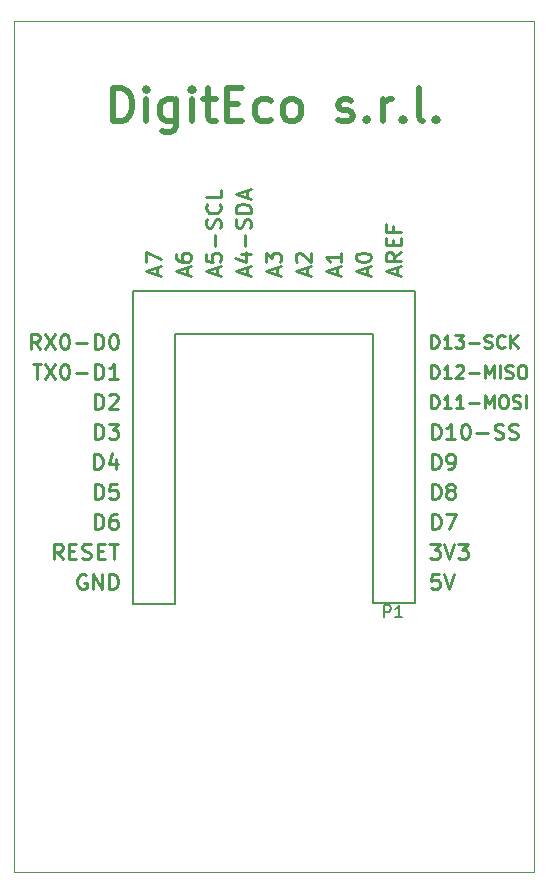
<source format=gbr>
G04 #@! TF.FileFunction,Legend,Top*
%FSLAX46Y46*%
G04 Gerber Fmt 4.6, Leading zero omitted, Abs format (unit mm)*
G04 Created by KiCad (PCBNEW 4.0.6) date 04/11/19 07:30:19*
%MOMM*%
%LPD*%
G01*
G04 APERTURE LIST*
%ADD10C,0.100000*%
%ADD11C,0.500000*%
%ADD12C,0.250000*%
%ADD13C,0.200000*%
%ADD14C,0.150000*%
G04 APERTURE END LIST*
D10*
D11*
X135993335Y-57376667D02*
X135993335Y-54576667D01*
X136660001Y-54576667D01*
X137060001Y-54710000D01*
X137326668Y-54976667D01*
X137460001Y-55243333D01*
X137593335Y-55776667D01*
X137593335Y-56176667D01*
X137460001Y-56710000D01*
X137326668Y-56976667D01*
X137060001Y-57243333D01*
X136660001Y-57376667D01*
X135993335Y-57376667D01*
X138793335Y-57376667D02*
X138793335Y-55510000D01*
X138793335Y-54576667D02*
X138660001Y-54710000D01*
X138793335Y-54843333D01*
X138926668Y-54710000D01*
X138793335Y-54576667D01*
X138793335Y-54843333D01*
X141326668Y-55510000D02*
X141326668Y-57776667D01*
X141193334Y-58043333D01*
X141060001Y-58176667D01*
X140793334Y-58310000D01*
X140393334Y-58310000D01*
X140126668Y-58176667D01*
X141326668Y-57243333D02*
X141060001Y-57376667D01*
X140526668Y-57376667D01*
X140260001Y-57243333D01*
X140126668Y-57110000D01*
X139993334Y-56843333D01*
X139993334Y-56043333D01*
X140126668Y-55776667D01*
X140260001Y-55643333D01*
X140526668Y-55510000D01*
X141060001Y-55510000D01*
X141326668Y-55643333D01*
X142660001Y-57376667D02*
X142660001Y-55510000D01*
X142660001Y-54576667D02*
X142526667Y-54710000D01*
X142660001Y-54843333D01*
X142793334Y-54710000D01*
X142660001Y-54576667D01*
X142660001Y-54843333D01*
X143593334Y-55510000D02*
X144660000Y-55510000D01*
X143993334Y-54576667D02*
X143993334Y-56976667D01*
X144126667Y-57243333D01*
X144393334Y-57376667D01*
X144660000Y-57376667D01*
X145593334Y-55910000D02*
X146526667Y-55910000D01*
X146926667Y-57376667D02*
X145593334Y-57376667D01*
X145593334Y-54576667D01*
X146926667Y-54576667D01*
X149326667Y-57243333D02*
X149060000Y-57376667D01*
X148526667Y-57376667D01*
X148260000Y-57243333D01*
X148126667Y-57110000D01*
X147993333Y-56843333D01*
X147993333Y-56043333D01*
X148126667Y-55776667D01*
X148260000Y-55643333D01*
X148526667Y-55510000D01*
X149060000Y-55510000D01*
X149326667Y-55643333D01*
X150926667Y-57376667D02*
X150660000Y-57243333D01*
X150526667Y-57110000D01*
X150393333Y-56843333D01*
X150393333Y-56043333D01*
X150526667Y-55776667D01*
X150660000Y-55643333D01*
X150926667Y-55510000D01*
X151326667Y-55510000D01*
X151593333Y-55643333D01*
X151726667Y-55776667D01*
X151860000Y-56043333D01*
X151860000Y-56843333D01*
X151726667Y-57110000D01*
X151593333Y-57243333D01*
X151326667Y-57376667D01*
X150926667Y-57376667D01*
X155059999Y-57243333D02*
X155326666Y-57376667D01*
X155859999Y-57376667D01*
X156126666Y-57243333D01*
X156259999Y-56976667D01*
X156259999Y-56843333D01*
X156126666Y-56576667D01*
X155859999Y-56443333D01*
X155459999Y-56443333D01*
X155193333Y-56310000D01*
X155059999Y-56043333D01*
X155059999Y-55910000D01*
X155193333Y-55643333D01*
X155459999Y-55510000D01*
X155859999Y-55510000D01*
X156126666Y-55643333D01*
X157460000Y-57110000D02*
X157593333Y-57243333D01*
X157460000Y-57376667D01*
X157326666Y-57243333D01*
X157460000Y-57110000D01*
X157460000Y-57376667D01*
X158793333Y-57376667D02*
X158793333Y-55510000D01*
X158793333Y-56043333D02*
X158926666Y-55776667D01*
X159059999Y-55643333D01*
X159326666Y-55510000D01*
X159593333Y-55510000D01*
X160526666Y-57110000D02*
X160659999Y-57243333D01*
X160526666Y-57376667D01*
X160393332Y-57243333D01*
X160526666Y-57110000D01*
X160526666Y-57376667D01*
X162259999Y-57376667D02*
X161993332Y-57243333D01*
X161859999Y-56976667D01*
X161859999Y-54576667D01*
X163326666Y-57110000D02*
X163459999Y-57243333D01*
X163326666Y-57376667D01*
X163193332Y-57243333D01*
X163326666Y-57110000D01*
X163326666Y-57376667D01*
D12*
X129778572Y-76688095D02*
X129345239Y-76069048D01*
X129035715Y-76688095D02*
X129035715Y-75388095D01*
X129530953Y-75388095D01*
X129654762Y-75450000D01*
X129716667Y-75511905D01*
X129778572Y-75635714D01*
X129778572Y-75821429D01*
X129716667Y-75945238D01*
X129654762Y-76007143D01*
X129530953Y-76069048D01*
X129035715Y-76069048D01*
X130211905Y-75388095D02*
X131078572Y-76688095D01*
X131078572Y-75388095D02*
X130211905Y-76688095D01*
X131821429Y-75388095D02*
X131945238Y-75388095D01*
X132069048Y-75450000D01*
X132130953Y-75511905D01*
X132192857Y-75635714D01*
X132254762Y-75883333D01*
X132254762Y-76192857D01*
X132192857Y-76440476D01*
X132130953Y-76564286D01*
X132069048Y-76626190D01*
X131945238Y-76688095D01*
X131821429Y-76688095D01*
X131697619Y-76626190D01*
X131635715Y-76564286D01*
X131573810Y-76440476D01*
X131511905Y-76192857D01*
X131511905Y-75883333D01*
X131573810Y-75635714D01*
X131635715Y-75511905D01*
X131697619Y-75450000D01*
X131821429Y-75388095D01*
X132811905Y-76192857D02*
X133802381Y-76192857D01*
X134421429Y-76688095D02*
X134421429Y-75388095D01*
X134730953Y-75388095D01*
X134916667Y-75450000D01*
X135040476Y-75573810D01*
X135102381Y-75697619D01*
X135164286Y-75945238D01*
X135164286Y-76130952D01*
X135102381Y-76378571D01*
X135040476Y-76502381D01*
X134916667Y-76626190D01*
X134730953Y-76688095D01*
X134421429Y-76688095D01*
X135969048Y-75388095D02*
X136092857Y-75388095D01*
X136216667Y-75450000D01*
X136278572Y-75511905D01*
X136340476Y-75635714D01*
X136402381Y-75883333D01*
X136402381Y-76192857D01*
X136340476Y-76440476D01*
X136278572Y-76564286D01*
X136216667Y-76626190D01*
X136092857Y-76688095D01*
X135969048Y-76688095D01*
X135845238Y-76626190D01*
X135783334Y-76564286D01*
X135721429Y-76440476D01*
X135659524Y-76192857D01*
X135659524Y-75883333D01*
X135721429Y-75635714D01*
X135783334Y-75511905D01*
X135845238Y-75450000D01*
X135969048Y-75388095D01*
X129159525Y-77928095D02*
X129902382Y-77928095D01*
X129530953Y-79228095D02*
X129530953Y-77928095D01*
X130211905Y-77928095D02*
X131078572Y-79228095D01*
X131078572Y-77928095D02*
X130211905Y-79228095D01*
X131821429Y-77928095D02*
X131945238Y-77928095D01*
X132069048Y-77990000D01*
X132130953Y-78051905D01*
X132192857Y-78175714D01*
X132254762Y-78423333D01*
X132254762Y-78732857D01*
X132192857Y-78980476D01*
X132130953Y-79104286D01*
X132069048Y-79166190D01*
X131945238Y-79228095D01*
X131821429Y-79228095D01*
X131697619Y-79166190D01*
X131635715Y-79104286D01*
X131573810Y-78980476D01*
X131511905Y-78732857D01*
X131511905Y-78423333D01*
X131573810Y-78175714D01*
X131635715Y-78051905D01*
X131697619Y-77990000D01*
X131821429Y-77928095D01*
X132811905Y-78732857D02*
X133802381Y-78732857D01*
X134421429Y-79228095D02*
X134421429Y-77928095D01*
X134730953Y-77928095D01*
X134916667Y-77990000D01*
X135040476Y-78113810D01*
X135102381Y-78237619D01*
X135164286Y-78485238D01*
X135164286Y-78670952D01*
X135102381Y-78918571D01*
X135040476Y-79042381D01*
X134916667Y-79166190D01*
X134730953Y-79228095D01*
X134421429Y-79228095D01*
X136402381Y-79228095D02*
X135659524Y-79228095D01*
X136030953Y-79228095D02*
X136030953Y-77928095D01*
X135907143Y-78113810D01*
X135783334Y-78237619D01*
X135659524Y-78299524D01*
X134421429Y-81768095D02*
X134421429Y-80468095D01*
X134730953Y-80468095D01*
X134916667Y-80530000D01*
X135040476Y-80653810D01*
X135102381Y-80777619D01*
X135164286Y-81025238D01*
X135164286Y-81210952D01*
X135102381Y-81458571D01*
X135040476Y-81582381D01*
X134916667Y-81706190D01*
X134730953Y-81768095D01*
X134421429Y-81768095D01*
X135659524Y-80591905D02*
X135721429Y-80530000D01*
X135845238Y-80468095D01*
X136154762Y-80468095D01*
X136278572Y-80530000D01*
X136340476Y-80591905D01*
X136402381Y-80715714D01*
X136402381Y-80839524D01*
X136340476Y-81025238D01*
X135597619Y-81768095D01*
X136402381Y-81768095D01*
X134421429Y-84308095D02*
X134421429Y-83008095D01*
X134730953Y-83008095D01*
X134916667Y-83070000D01*
X135040476Y-83193810D01*
X135102381Y-83317619D01*
X135164286Y-83565238D01*
X135164286Y-83750952D01*
X135102381Y-83998571D01*
X135040476Y-84122381D01*
X134916667Y-84246190D01*
X134730953Y-84308095D01*
X134421429Y-84308095D01*
X135597619Y-83008095D02*
X136402381Y-83008095D01*
X135969048Y-83503333D01*
X136154762Y-83503333D01*
X136278572Y-83565238D01*
X136340476Y-83627143D01*
X136402381Y-83750952D01*
X136402381Y-84060476D01*
X136340476Y-84184286D01*
X136278572Y-84246190D01*
X136154762Y-84308095D01*
X135783334Y-84308095D01*
X135659524Y-84246190D01*
X135597619Y-84184286D01*
X134361429Y-86848095D02*
X134361429Y-85548095D01*
X134670953Y-85548095D01*
X134856667Y-85610000D01*
X134980476Y-85733810D01*
X135042381Y-85857619D01*
X135104286Y-86105238D01*
X135104286Y-86290952D01*
X135042381Y-86538571D01*
X134980476Y-86662381D01*
X134856667Y-86786190D01*
X134670953Y-86848095D01*
X134361429Y-86848095D01*
X136218572Y-85981429D02*
X136218572Y-86848095D01*
X135909048Y-85486190D02*
X135599524Y-86414762D01*
X136404286Y-86414762D01*
X134421429Y-89388095D02*
X134421429Y-88088095D01*
X134730953Y-88088095D01*
X134916667Y-88150000D01*
X135040476Y-88273810D01*
X135102381Y-88397619D01*
X135164286Y-88645238D01*
X135164286Y-88830952D01*
X135102381Y-89078571D01*
X135040476Y-89202381D01*
X134916667Y-89326190D01*
X134730953Y-89388095D01*
X134421429Y-89388095D01*
X136340476Y-88088095D02*
X135721429Y-88088095D01*
X135659524Y-88707143D01*
X135721429Y-88645238D01*
X135845238Y-88583333D01*
X136154762Y-88583333D01*
X136278572Y-88645238D01*
X136340476Y-88707143D01*
X136402381Y-88830952D01*
X136402381Y-89140476D01*
X136340476Y-89264286D01*
X136278572Y-89326190D01*
X136154762Y-89388095D01*
X135845238Y-89388095D01*
X135721429Y-89326190D01*
X135659524Y-89264286D01*
X134421429Y-91928095D02*
X134421429Y-90628095D01*
X134730953Y-90628095D01*
X134916667Y-90690000D01*
X135040476Y-90813810D01*
X135102381Y-90937619D01*
X135164286Y-91185238D01*
X135164286Y-91370952D01*
X135102381Y-91618571D01*
X135040476Y-91742381D01*
X134916667Y-91866190D01*
X134730953Y-91928095D01*
X134421429Y-91928095D01*
X136278572Y-90628095D02*
X136030953Y-90628095D01*
X135907143Y-90690000D01*
X135845238Y-90751905D01*
X135721429Y-90937619D01*
X135659524Y-91185238D01*
X135659524Y-91680476D01*
X135721429Y-91804286D01*
X135783334Y-91866190D01*
X135907143Y-91928095D01*
X136154762Y-91928095D01*
X136278572Y-91866190D01*
X136340476Y-91804286D01*
X136402381Y-91680476D01*
X136402381Y-91370952D01*
X136340476Y-91247143D01*
X136278572Y-91185238D01*
X136154762Y-91123333D01*
X135907143Y-91123333D01*
X135783334Y-91185238D01*
X135721429Y-91247143D01*
X135659524Y-91370952D01*
X131701430Y-94458095D02*
X131268097Y-93839048D01*
X130958573Y-94458095D02*
X130958573Y-93158095D01*
X131453811Y-93158095D01*
X131577620Y-93220000D01*
X131639525Y-93281905D01*
X131701430Y-93405714D01*
X131701430Y-93591429D01*
X131639525Y-93715238D01*
X131577620Y-93777143D01*
X131453811Y-93839048D01*
X130958573Y-93839048D01*
X132258573Y-93777143D02*
X132691906Y-93777143D01*
X132877620Y-94458095D02*
X132258573Y-94458095D01*
X132258573Y-93158095D01*
X132877620Y-93158095D01*
X133372858Y-94396190D02*
X133558572Y-94458095D01*
X133868096Y-94458095D01*
X133991906Y-94396190D01*
X134053810Y-94334286D01*
X134115715Y-94210476D01*
X134115715Y-94086667D01*
X134053810Y-93962857D01*
X133991906Y-93900952D01*
X133868096Y-93839048D01*
X133620477Y-93777143D01*
X133496668Y-93715238D01*
X133434763Y-93653333D01*
X133372858Y-93529524D01*
X133372858Y-93405714D01*
X133434763Y-93281905D01*
X133496668Y-93220000D01*
X133620477Y-93158095D01*
X133930001Y-93158095D01*
X134115715Y-93220000D01*
X134672858Y-93777143D02*
X135106191Y-93777143D01*
X135291905Y-94458095D02*
X134672858Y-94458095D01*
X134672858Y-93158095D01*
X135291905Y-93158095D01*
X135663334Y-93158095D02*
X136406191Y-93158095D01*
X136034762Y-94458095D02*
X136034762Y-93158095D01*
X133678571Y-95770000D02*
X133554762Y-95708095D01*
X133369047Y-95708095D01*
X133183333Y-95770000D01*
X133059524Y-95893810D01*
X132997619Y-96017619D01*
X132935714Y-96265238D01*
X132935714Y-96450952D01*
X132997619Y-96698571D01*
X133059524Y-96822381D01*
X133183333Y-96946190D01*
X133369047Y-97008095D01*
X133492857Y-97008095D01*
X133678571Y-96946190D01*
X133740476Y-96884286D01*
X133740476Y-96450952D01*
X133492857Y-96450952D01*
X134297619Y-97008095D02*
X134297619Y-95708095D01*
X135040476Y-97008095D01*
X135040476Y-95708095D01*
X135659524Y-97008095D02*
X135659524Y-95708095D01*
X135969048Y-95708095D01*
X136154762Y-95770000D01*
X136278571Y-95893810D01*
X136340476Y-96017619D01*
X136402381Y-96265238D01*
X136402381Y-96450952D01*
X136340476Y-96698571D01*
X136278571Y-96822381D01*
X136154762Y-96946190D01*
X135969048Y-97008095D01*
X135659524Y-97008095D01*
X139666667Y-70382381D02*
X139666667Y-69763333D01*
X140038095Y-70506190D02*
X138738095Y-70072857D01*
X140038095Y-69639524D01*
X138738095Y-69330000D02*
X138738095Y-68463333D01*
X140038095Y-69020476D01*
X142206667Y-70382381D02*
X142206667Y-69763333D01*
X142578095Y-70506190D02*
X141278095Y-70072857D01*
X142578095Y-69639524D01*
X141278095Y-68649047D02*
X141278095Y-68896666D01*
X141340000Y-69020476D01*
X141401905Y-69082381D01*
X141587619Y-69206190D01*
X141835238Y-69268095D01*
X142330476Y-69268095D01*
X142454286Y-69206190D01*
X142516190Y-69144285D01*
X142578095Y-69020476D01*
X142578095Y-68772857D01*
X142516190Y-68649047D01*
X142454286Y-68587143D01*
X142330476Y-68525238D01*
X142020952Y-68525238D01*
X141897143Y-68587143D01*
X141835238Y-68649047D01*
X141773333Y-68772857D01*
X141773333Y-69020476D01*
X141835238Y-69144285D01*
X141897143Y-69206190D01*
X142020952Y-69268095D01*
X144756667Y-70382381D02*
X144756667Y-69763333D01*
X145128095Y-70506190D02*
X143828095Y-70072857D01*
X145128095Y-69639524D01*
X143828095Y-68587143D02*
X143828095Y-69206190D01*
X144447143Y-69268095D01*
X144385238Y-69206190D01*
X144323333Y-69082381D01*
X144323333Y-68772857D01*
X144385238Y-68649047D01*
X144447143Y-68587143D01*
X144570952Y-68525238D01*
X144880476Y-68525238D01*
X145004286Y-68587143D01*
X145066190Y-68649047D01*
X145128095Y-68772857D01*
X145128095Y-69082381D01*
X145066190Y-69206190D01*
X145004286Y-69268095D01*
X144632857Y-67968095D02*
X144632857Y-66977619D01*
X145066190Y-66420476D02*
X145128095Y-66234762D01*
X145128095Y-65925238D01*
X145066190Y-65801428D01*
X145004286Y-65739524D01*
X144880476Y-65677619D01*
X144756667Y-65677619D01*
X144632857Y-65739524D01*
X144570952Y-65801428D01*
X144509048Y-65925238D01*
X144447143Y-66172857D01*
X144385238Y-66296666D01*
X144323333Y-66358571D01*
X144199524Y-66420476D01*
X144075714Y-66420476D01*
X143951905Y-66358571D01*
X143890000Y-66296666D01*
X143828095Y-66172857D01*
X143828095Y-65863333D01*
X143890000Y-65677619D01*
X145004286Y-64377619D02*
X145066190Y-64439524D01*
X145128095Y-64625238D01*
X145128095Y-64749048D01*
X145066190Y-64934762D01*
X144942381Y-65058571D01*
X144818571Y-65120476D01*
X144570952Y-65182381D01*
X144385238Y-65182381D01*
X144137619Y-65120476D01*
X144013810Y-65058571D01*
X143890000Y-64934762D01*
X143828095Y-64749048D01*
X143828095Y-64625238D01*
X143890000Y-64439524D01*
X143951905Y-64377619D01*
X145128095Y-63201429D02*
X145128095Y-63820476D01*
X143828095Y-63820476D01*
X147286667Y-70382381D02*
X147286667Y-69763333D01*
X147658095Y-70506190D02*
X146358095Y-70072857D01*
X147658095Y-69639524D01*
X146791429Y-68649047D02*
X147658095Y-68649047D01*
X146296190Y-68958571D02*
X147224762Y-69268095D01*
X147224762Y-68463333D01*
X147162857Y-67968095D02*
X147162857Y-66977619D01*
X147596190Y-66420476D02*
X147658095Y-66234762D01*
X147658095Y-65925238D01*
X147596190Y-65801428D01*
X147534286Y-65739524D01*
X147410476Y-65677619D01*
X147286667Y-65677619D01*
X147162857Y-65739524D01*
X147100952Y-65801428D01*
X147039048Y-65925238D01*
X146977143Y-66172857D01*
X146915238Y-66296666D01*
X146853333Y-66358571D01*
X146729524Y-66420476D01*
X146605714Y-66420476D01*
X146481905Y-66358571D01*
X146420000Y-66296666D01*
X146358095Y-66172857D01*
X146358095Y-65863333D01*
X146420000Y-65677619D01*
X147658095Y-65120476D02*
X146358095Y-65120476D01*
X146358095Y-64810952D01*
X146420000Y-64625238D01*
X146543810Y-64501429D01*
X146667619Y-64439524D01*
X146915238Y-64377619D01*
X147100952Y-64377619D01*
X147348571Y-64439524D01*
X147472381Y-64501429D01*
X147596190Y-64625238D01*
X147658095Y-64810952D01*
X147658095Y-65120476D01*
X147286667Y-63882381D02*
X147286667Y-63263333D01*
X147658095Y-64006190D02*
X146358095Y-63572857D01*
X147658095Y-63139524D01*
X149826667Y-70382381D02*
X149826667Y-69763333D01*
X150198095Y-70506190D02*
X148898095Y-70072857D01*
X150198095Y-69639524D01*
X148898095Y-69330000D02*
X148898095Y-68525238D01*
X149393333Y-68958571D01*
X149393333Y-68772857D01*
X149455238Y-68649047D01*
X149517143Y-68587143D01*
X149640952Y-68525238D01*
X149950476Y-68525238D01*
X150074286Y-68587143D01*
X150136190Y-68649047D01*
X150198095Y-68772857D01*
X150198095Y-69144285D01*
X150136190Y-69268095D01*
X150074286Y-69330000D01*
X152366667Y-70382381D02*
X152366667Y-69763333D01*
X152738095Y-70506190D02*
X151438095Y-70072857D01*
X152738095Y-69639524D01*
X151561905Y-69268095D02*
X151500000Y-69206190D01*
X151438095Y-69082381D01*
X151438095Y-68772857D01*
X151500000Y-68649047D01*
X151561905Y-68587143D01*
X151685714Y-68525238D01*
X151809524Y-68525238D01*
X151995238Y-68587143D01*
X152738095Y-69330000D01*
X152738095Y-68525238D01*
X154906667Y-70382381D02*
X154906667Y-69763333D01*
X155278095Y-70506190D02*
X153978095Y-70072857D01*
X155278095Y-69639524D01*
X155278095Y-68525238D02*
X155278095Y-69268095D01*
X155278095Y-68896666D02*
X153978095Y-68896666D01*
X154163810Y-69020476D01*
X154287619Y-69144285D01*
X154349524Y-69268095D01*
X157446667Y-70382381D02*
X157446667Y-69763333D01*
X157818095Y-70506190D02*
X156518095Y-70072857D01*
X157818095Y-69639524D01*
X156518095Y-68958571D02*
X156518095Y-68834762D01*
X156580000Y-68710952D01*
X156641905Y-68649047D01*
X156765714Y-68587143D01*
X157013333Y-68525238D01*
X157322857Y-68525238D01*
X157570476Y-68587143D01*
X157694286Y-68649047D01*
X157756190Y-68710952D01*
X157818095Y-68834762D01*
X157818095Y-68958571D01*
X157756190Y-69082381D01*
X157694286Y-69144285D01*
X157570476Y-69206190D01*
X157322857Y-69268095D01*
X157013333Y-69268095D01*
X156765714Y-69206190D01*
X156641905Y-69144285D01*
X156580000Y-69082381D01*
X156518095Y-68958571D01*
X159986667Y-70382381D02*
X159986667Y-69763333D01*
X160358095Y-70506190D02*
X159058095Y-70072857D01*
X160358095Y-69639524D01*
X160358095Y-68463333D02*
X159739048Y-68896666D01*
X160358095Y-69206190D02*
X159058095Y-69206190D01*
X159058095Y-68710952D01*
X159120000Y-68587143D01*
X159181905Y-68525238D01*
X159305714Y-68463333D01*
X159491429Y-68463333D01*
X159615238Y-68525238D01*
X159677143Y-68587143D01*
X159739048Y-68710952D01*
X159739048Y-69206190D01*
X159677143Y-67906190D02*
X159677143Y-67472857D01*
X160358095Y-67287143D02*
X160358095Y-67906190D01*
X159058095Y-67906190D01*
X159058095Y-67287143D01*
X159677143Y-66296667D02*
X159677143Y-66730000D01*
X160358095Y-66730000D02*
X159058095Y-66730000D01*
X159058095Y-66110953D01*
X162921905Y-76587619D02*
X162921905Y-75487619D01*
X163183810Y-75487619D01*
X163340952Y-75540000D01*
X163445714Y-75644762D01*
X163498095Y-75749524D01*
X163550476Y-75959048D01*
X163550476Y-76116190D01*
X163498095Y-76325714D01*
X163445714Y-76430476D01*
X163340952Y-76535238D01*
X163183810Y-76587619D01*
X162921905Y-76587619D01*
X164598095Y-76587619D02*
X163969524Y-76587619D01*
X164283810Y-76587619D02*
X164283810Y-75487619D01*
X164179048Y-75644762D01*
X164074286Y-75749524D01*
X163969524Y-75801905D01*
X164964762Y-75487619D02*
X165645714Y-75487619D01*
X165279048Y-75906667D01*
X165436190Y-75906667D01*
X165540952Y-75959048D01*
X165593333Y-76011429D01*
X165645714Y-76116190D01*
X165645714Y-76378095D01*
X165593333Y-76482857D01*
X165540952Y-76535238D01*
X165436190Y-76587619D01*
X165121905Y-76587619D01*
X165017143Y-76535238D01*
X164964762Y-76482857D01*
X166117143Y-76168571D02*
X166955238Y-76168571D01*
X167426667Y-76535238D02*
X167583810Y-76587619D01*
X167845714Y-76587619D01*
X167950476Y-76535238D01*
X168002857Y-76482857D01*
X168055238Y-76378095D01*
X168055238Y-76273333D01*
X168002857Y-76168571D01*
X167950476Y-76116190D01*
X167845714Y-76063810D01*
X167636191Y-76011429D01*
X167531429Y-75959048D01*
X167479048Y-75906667D01*
X167426667Y-75801905D01*
X167426667Y-75697143D01*
X167479048Y-75592381D01*
X167531429Y-75540000D01*
X167636191Y-75487619D01*
X167898095Y-75487619D01*
X168055238Y-75540000D01*
X169155238Y-76482857D02*
X169102857Y-76535238D01*
X168945714Y-76587619D01*
X168840952Y-76587619D01*
X168683810Y-76535238D01*
X168579048Y-76430476D01*
X168526667Y-76325714D01*
X168474286Y-76116190D01*
X168474286Y-75959048D01*
X168526667Y-75749524D01*
X168579048Y-75644762D01*
X168683810Y-75540000D01*
X168840952Y-75487619D01*
X168945714Y-75487619D01*
X169102857Y-75540000D01*
X169155238Y-75592381D01*
X169626667Y-76587619D02*
X169626667Y-75487619D01*
X170255238Y-76587619D02*
X169783810Y-75959048D01*
X170255238Y-75487619D02*
X169626667Y-76116190D01*
X162911905Y-79137619D02*
X162911905Y-78037619D01*
X163173810Y-78037619D01*
X163330952Y-78090000D01*
X163435714Y-78194762D01*
X163488095Y-78299524D01*
X163540476Y-78509048D01*
X163540476Y-78666190D01*
X163488095Y-78875714D01*
X163435714Y-78980476D01*
X163330952Y-79085238D01*
X163173810Y-79137619D01*
X162911905Y-79137619D01*
X164588095Y-79137619D02*
X163959524Y-79137619D01*
X164273810Y-79137619D02*
X164273810Y-78037619D01*
X164169048Y-78194762D01*
X164064286Y-78299524D01*
X163959524Y-78351905D01*
X165007143Y-78142381D02*
X165059524Y-78090000D01*
X165164286Y-78037619D01*
X165426190Y-78037619D01*
X165530952Y-78090000D01*
X165583333Y-78142381D01*
X165635714Y-78247143D01*
X165635714Y-78351905D01*
X165583333Y-78509048D01*
X164954762Y-79137619D01*
X165635714Y-79137619D01*
X166107143Y-78718571D02*
X166945238Y-78718571D01*
X167469048Y-79137619D02*
X167469048Y-78037619D01*
X167835714Y-78823333D01*
X168202381Y-78037619D01*
X168202381Y-79137619D01*
X168726191Y-79137619D02*
X168726191Y-78037619D01*
X169197620Y-79085238D02*
X169354763Y-79137619D01*
X169616667Y-79137619D01*
X169721429Y-79085238D01*
X169773810Y-79032857D01*
X169826191Y-78928095D01*
X169826191Y-78823333D01*
X169773810Y-78718571D01*
X169721429Y-78666190D01*
X169616667Y-78613810D01*
X169407144Y-78561429D01*
X169302382Y-78509048D01*
X169250001Y-78456667D01*
X169197620Y-78351905D01*
X169197620Y-78247143D01*
X169250001Y-78142381D01*
X169302382Y-78090000D01*
X169407144Y-78037619D01*
X169669048Y-78037619D01*
X169826191Y-78090000D01*
X170507144Y-78037619D02*
X170716667Y-78037619D01*
X170821429Y-78090000D01*
X170926191Y-78194762D01*
X170978572Y-78404286D01*
X170978572Y-78770952D01*
X170926191Y-78980476D01*
X170821429Y-79085238D01*
X170716667Y-79137619D01*
X170507144Y-79137619D01*
X170402382Y-79085238D01*
X170297620Y-78980476D01*
X170245239Y-78770952D01*
X170245239Y-78404286D01*
X170297620Y-78194762D01*
X170402382Y-78090000D01*
X170507144Y-78037619D01*
X162911905Y-81677619D02*
X162911905Y-80577619D01*
X163173810Y-80577619D01*
X163330952Y-80630000D01*
X163435714Y-80734762D01*
X163488095Y-80839524D01*
X163540476Y-81049048D01*
X163540476Y-81206190D01*
X163488095Y-81415714D01*
X163435714Y-81520476D01*
X163330952Y-81625238D01*
X163173810Y-81677619D01*
X162911905Y-81677619D01*
X164588095Y-81677619D02*
X163959524Y-81677619D01*
X164273810Y-81677619D02*
X164273810Y-80577619D01*
X164169048Y-80734762D01*
X164064286Y-80839524D01*
X163959524Y-80891905D01*
X165635714Y-81677619D02*
X165007143Y-81677619D01*
X165321429Y-81677619D02*
X165321429Y-80577619D01*
X165216667Y-80734762D01*
X165111905Y-80839524D01*
X165007143Y-80891905D01*
X166107143Y-81258571D02*
X166945238Y-81258571D01*
X167469048Y-81677619D02*
X167469048Y-80577619D01*
X167835714Y-81363333D01*
X168202381Y-80577619D01*
X168202381Y-81677619D01*
X168935715Y-80577619D02*
X169145238Y-80577619D01*
X169250000Y-80630000D01*
X169354762Y-80734762D01*
X169407143Y-80944286D01*
X169407143Y-81310952D01*
X169354762Y-81520476D01*
X169250000Y-81625238D01*
X169145238Y-81677619D01*
X168935715Y-81677619D01*
X168830953Y-81625238D01*
X168726191Y-81520476D01*
X168673810Y-81310952D01*
X168673810Y-80944286D01*
X168726191Y-80734762D01*
X168830953Y-80630000D01*
X168935715Y-80577619D01*
X169826191Y-81625238D02*
X169983334Y-81677619D01*
X170245238Y-81677619D01*
X170350000Y-81625238D01*
X170402381Y-81572857D01*
X170454762Y-81468095D01*
X170454762Y-81363333D01*
X170402381Y-81258571D01*
X170350000Y-81206190D01*
X170245238Y-81153810D01*
X170035715Y-81101429D01*
X169930953Y-81049048D01*
X169878572Y-80996667D01*
X169826191Y-80891905D01*
X169826191Y-80787143D01*
X169878572Y-80682381D01*
X169930953Y-80630000D01*
X170035715Y-80577619D01*
X170297619Y-80577619D01*
X170454762Y-80630000D01*
X170926191Y-81677619D02*
X170926191Y-80577619D01*
X162959524Y-84308095D02*
X162959524Y-83008095D01*
X163269048Y-83008095D01*
X163454762Y-83070000D01*
X163578571Y-83193810D01*
X163640476Y-83317619D01*
X163702381Y-83565238D01*
X163702381Y-83750952D01*
X163640476Y-83998571D01*
X163578571Y-84122381D01*
X163454762Y-84246190D01*
X163269048Y-84308095D01*
X162959524Y-84308095D01*
X164940476Y-84308095D02*
X164197619Y-84308095D01*
X164569048Y-84308095D02*
X164569048Y-83008095D01*
X164445238Y-83193810D01*
X164321429Y-83317619D01*
X164197619Y-83379524D01*
X165745238Y-83008095D02*
X165869047Y-83008095D01*
X165992857Y-83070000D01*
X166054762Y-83131905D01*
X166116666Y-83255714D01*
X166178571Y-83503333D01*
X166178571Y-83812857D01*
X166116666Y-84060476D01*
X166054762Y-84184286D01*
X165992857Y-84246190D01*
X165869047Y-84308095D01*
X165745238Y-84308095D01*
X165621428Y-84246190D01*
X165559524Y-84184286D01*
X165497619Y-84060476D01*
X165435714Y-83812857D01*
X165435714Y-83503333D01*
X165497619Y-83255714D01*
X165559524Y-83131905D01*
X165621428Y-83070000D01*
X165745238Y-83008095D01*
X166735714Y-83812857D02*
X167726190Y-83812857D01*
X168283333Y-84246190D02*
X168469047Y-84308095D01*
X168778571Y-84308095D01*
X168902381Y-84246190D01*
X168964285Y-84184286D01*
X169026190Y-84060476D01*
X169026190Y-83936667D01*
X168964285Y-83812857D01*
X168902381Y-83750952D01*
X168778571Y-83689048D01*
X168530952Y-83627143D01*
X168407143Y-83565238D01*
X168345238Y-83503333D01*
X168283333Y-83379524D01*
X168283333Y-83255714D01*
X168345238Y-83131905D01*
X168407143Y-83070000D01*
X168530952Y-83008095D01*
X168840476Y-83008095D01*
X169026190Y-83070000D01*
X169521428Y-84246190D02*
X169707142Y-84308095D01*
X170016666Y-84308095D01*
X170140476Y-84246190D01*
X170202380Y-84184286D01*
X170264285Y-84060476D01*
X170264285Y-83936667D01*
X170202380Y-83812857D01*
X170140476Y-83750952D01*
X170016666Y-83689048D01*
X169769047Y-83627143D01*
X169645238Y-83565238D01*
X169583333Y-83503333D01*
X169521428Y-83379524D01*
X169521428Y-83255714D01*
X169583333Y-83131905D01*
X169645238Y-83070000D01*
X169769047Y-83008095D01*
X170078571Y-83008095D01*
X170264285Y-83070000D01*
X162959524Y-86848095D02*
X162959524Y-85548095D01*
X163269048Y-85548095D01*
X163454762Y-85610000D01*
X163578571Y-85733810D01*
X163640476Y-85857619D01*
X163702381Y-86105238D01*
X163702381Y-86290952D01*
X163640476Y-86538571D01*
X163578571Y-86662381D01*
X163454762Y-86786190D01*
X163269048Y-86848095D01*
X162959524Y-86848095D01*
X164321429Y-86848095D02*
X164569048Y-86848095D01*
X164692857Y-86786190D01*
X164754762Y-86724286D01*
X164878571Y-86538571D01*
X164940476Y-86290952D01*
X164940476Y-85795714D01*
X164878571Y-85671905D01*
X164816667Y-85610000D01*
X164692857Y-85548095D01*
X164445238Y-85548095D01*
X164321429Y-85610000D01*
X164259524Y-85671905D01*
X164197619Y-85795714D01*
X164197619Y-86105238D01*
X164259524Y-86229048D01*
X164321429Y-86290952D01*
X164445238Y-86352857D01*
X164692857Y-86352857D01*
X164816667Y-86290952D01*
X164878571Y-86229048D01*
X164940476Y-86105238D01*
X162959524Y-89388095D02*
X162959524Y-88088095D01*
X163269048Y-88088095D01*
X163454762Y-88150000D01*
X163578571Y-88273810D01*
X163640476Y-88397619D01*
X163702381Y-88645238D01*
X163702381Y-88830952D01*
X163640476Y-89078571D01*
X163578571Y-89202381D01*
X163454762Y-89326190D01*
X163269048Y-89388095D01*
X162959524Y-89388095D01*
X164445238Y-88645238D02*
X164321429Y-88583333D01*
X164259524Y-88521429D01*
X164197619Y-88397619D01*
X164197619Y-88335714D01*
X164259524Y-88211905D01*
X164321429Y-88150000D01*
X164445238Y-88088095D01*
X164692857Y-88088095D01*
X164816667Y-88150000D01*
X164878571Y-88211905D01*
X164940476Y-88335714D01*
X164940476Y-88397619D01*
X164878571Y-88521429D01*
X164816667Y-88583333D01*
X164692857Y-88645238D01*
X164445238Y-88645238D01*
X164321429Y-88707143D01*
X164259524Y-88769048D01*
X164197619Y-88892857D01*
X164197619Y-89140476D01*
X164259524Y-89264286D01*
X164321429Y-89326190D01*
X164445238Y-89388095D01*
X164692857Y-89388095D01*
X164816667Y-89326190D01*
X164878571Y-89264286D01*
X164940476Y-89140476D01*
X164940476Y-88892857D01*
X164878571Y-88769048D01*
X164816667Y-88707143D01*
X164692857Y-88645238D01*
X162959524Y-91928095D02*
X162959524Y-90628095D01*
X163269048Y-90628095D01*
X163454762Y-90690000D01*
X163578571Y-90813810D01*
X163640476Y-90937619D01*
X163702381Y-91185238D01*
X163702381Y-91370952D01*
X163640476Y-91618571D01*
X163578571Y-91742381D01*
X163454762Y-91866190D01*
X163269048Y-91928095D01*
X162959524Y-91928095D01*
X164135714Y-90628095D02*
X165002381Y-90628095D01*
X164445238Y-91928095D01*
X162835714Y-93168095D02*
X163640476Y-93168095D01*
X163207143Y-93663333D01*
X163392857Y-93663333D01*
X163516667Y-93725238D01*
X163578571Y-93787143D01*
X163640476Y-93910952D01*
X163640476Y-94220476D01*
X163578571Y-94344286D01*
X163516667Y-94406190D01*
X163392857Y-94468095D01*
X163021429Y-94468095D01*
X162897619Y-94406190D01*
X162835714Y-94344286D01*
X164011905Y-93168095D02*
X164445238Y-94468095D01*
X164878571Y-93168095D01*
X165188095Y-93168095D02*
X165992857Y-93168095D01*
X165559524Y-93663333D01*
X165745238Y-93663333D01*
X165869048Y-93725238D01*
X165930952Y-93787143D01*
X165992857Y-93910952D01*
X165992857Y-94220476D01*
X165930952Y-94344286D01*
X165869048Y-94406190D01*
X165745238Y-94468095D01*
X165373810Y-94468095D01*
X165250000Y-94406190D01*
X165188095Y-94344286D01*
X163568571Y-95708095D02*
X162949524Y-95708095D01*
X162887619Y-96327143D01*
X162949524Y-96265238D01*
X163073333Y-96203333D01*
X163382857Y-96203333D01*
X163506667Y-96265238D01*
X163568571Y-96327143D01*
X163630476Y-96450952D01*
X163630476Y-96760476D01*
X163568571Y-96884286D01*
X163506667Y-96946190D01*
X163382857Y-97008095D01*
X163073333Y-97008095D01*
X162949524Y-96946190D01*
X162887619Y-96884286D01*
X164001905Y-95708095D02*
X164435238Y-97008095D01*
X164868571Y-95708095D01*
D10*
X171600000Y-48920000D02*
X127560000Y-48920000D01*
X171600000Y-120960000D02*
X171600000Y-48920000D01*
X127560000Y-120960000D02*
X171600000Y-120960000D01*
X127560000Y-48920000D02*
X127560000Y-120960000D01*
D13*
X161570000Y-71750000D02*
X137650000Y-71750000D01*
X161570000Y-98200000D02*
X161570000Y-71750000D01*
X157970000Y-98200000D02*
X161570000Y-98200000D01*
X157970000Y-75370000D02*
X157970000Y-98200000D01*
X141250000Y-75370000D02*
X157970000Y-75370000D01*
X141250000Y-98220000D02*
X141250000Y-75370000D01*
X137650000Y-98220000D02*
X141250000Y-98220000D01*
X137650000Y-71750000D02*
X137650000Y-98220000D01*
D14*
X158931905Y-99372381D02*
X158931905Y-98372381D01*
X159312858Y-98372381D01*
X159408096Y-98420000D01*
X159455715Y-98467619D01*
X159503334Y-98562857D01*
X159503334Y-98705714D01*
X159455715Y-98800952D01*
X159408096Y-98848571D01*
X159312858Y-98896190D01*
X158931905Y-98896190D01*
X160455715Y-99372381D02*
X159884286Y-99372381D01*
X160170000Y-99372381D02*
X160170000Y-98372381D01*
X160074762Y-98515238D01*
X159979524Y-98610476D01*
X159884286Y-98658095D01*
M02*

</source>
